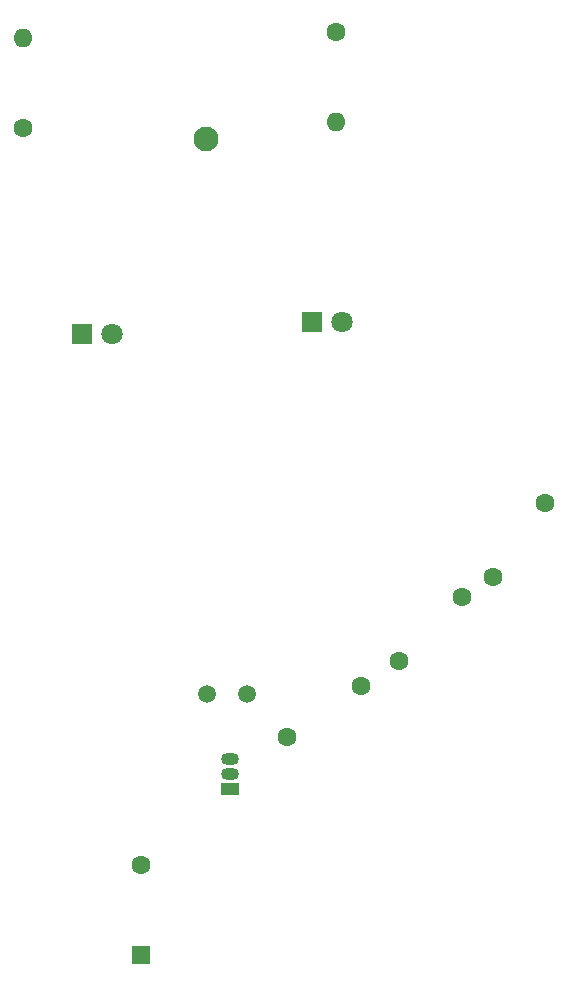
<source format=gbr>
%TF.GenerationSoftware,KiCad,Pcbnew,9.0.1*%
%TF.CreationDate,2025-04-10T00:36:24+08:00*%
%TF.ProjectId,juicePCB,6a756963-6550-4434-922e-6b696361645f,rev?*%
%TF.SameCoordinates,Original*%
%TF.FileFunction,Soldermask,Top*%
%TF.FilePolarity,Negative*%
%FSLAX46Y46*%
G04 Gerber Fmt 4.6, Leading zero omitted, Abs format (unit mm)*
G04 Created by KiCad (PCBNEW 9.0.1) date 2025-04-10 00:36:24*
%MOMM*%
%LPD*%
G01*
G04 APERTURE LIST*
G04 Aperture macros list*
%AMRoundRect*
0 Rectangle with rounded corners*
0 $1 Rounding radius*
0 $2 $3 $4 $5 $6 $7 $8 $9 X,Y pos of 4 corners*
0 Add a 4 corners polygon primitive as box body*
4,1,4,$2,$3,$4,$5,$6,$7,$8,$9,$2,$3,0*
0 Add four circle primitives for the rounded corners*
1,1,$1+$1,$2,$3*
1,1,$1+$1,$4,$5*
1,1,$1+$1,$6,$7*
1,1,$1+$1,$8,$9*
0 Add four rect primitives between the rounded corners*
20,1,$1+$1,$2,$3,$4,$5,0*
20,1,$1+$1,$4,$5,$6,$7,0*
20,1,$1+$1,$6,$7,$8,$9,0*
20,1,$1+$1,$8,$9,$2,$3,0*%
%AMHorizOval*
0 Thick line with rounded ends*
0 $1 width*
0 $2 $3 position (X,Y) of the first rounded end (center of the circle)*
0 $4 $5 position (X,Y) of the second rounded end (center of the circle)*
0 Add line between two ends*
20,1,$1,$2,$3,$4,$5,0*
0 Add two circle primitives to create the rounded ends*
1,1,$1,$2,$3*
1,1,$1,$4,$5*%
G04 Aperture macros list end*
%ADD10C,1.600000*%
%ADD11HorizOval,1.600000X0.000000X0.000000X0.000000X0.000000X0*%
%ADD12R,1.800000X1.800000*%
%ADD13C,1.800000*%
%ADD14O,1.600000X1.600000*%
%ADD15C,1.500000*%
%ADD16HorizOval,1.600000X0.000000X0.000000X0.000000X0.000000X0*%
%ADD17C,2.100000*%
%ADD18HorizOval,1.600000X0.000000X0.000000X0.000000X0.000000X0*%
%ADD19R,1.500000X1.050000*%
%ADD20O,1.500000X1.050000*%
%ADD21RoundRect,0.250000X0.550000X-0.550000X0.550000X0.550000X-0.550000X0.550000X-0.550000X-0.550000X0*%
G04 APERTURE END LIST*
D10*
%TO.C,R1*%
X151805844Y-119639234D03*
D11*
X158047783Y-115268581D03*
%TD*%
D12*
%TO.C,D1*%
X134386813Y-85453907D03*
D13*
X136926813Y-85453907D03*
%TD*%
D10*
%TO.C,R2*%
X129426813Y-68073907D03*
D14*
X129426813Y-60453907D03*
%TD*%
D15*
%TO.C,R6*%
X145026813Y-115953907D03*
X148426813Y-115953907D03*
%TD*%
D10*
%TO.C,R3*%
X155926813Y-59953907D03*
D14*
X155926813Y-67573907D03*
%TD*%
D10*
%TO.C,R5*%
X169241487Y-106074877D03*
D16*
X173612139Y-99832938D03*
%TD*%
D17*
%TO.C,KEYCHAIN*%
X144926813Y-68953907D03*
%TD*%
D10*
%TO.C,R4*%
X161232736Y-113147984D03*
D18*
X166620890Y-107759830D03*
%TD*%
D12*
%TO.C,D2*%
X153886813Y-84453907D03*
D13*
X156426813Y-84453907D03*
%TD*%
D19*
%TO.C,Q1*%
X146926813Y-123993907D03*
D20*
X146926813Y-122723907D03*
X146926813Y-121453907D03*
%TD*%
D21*
%TO.C,SW1*%
X139426813Y-138073907D03*
D10*
X139426813Y-130453907D03*
%TD*%
M02*

</source>
